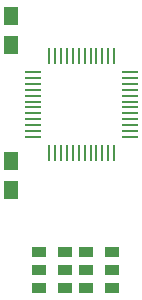
<source format=gtp>
%TF.GenerationSoftware,KiCad,Pcbnew,(5.1.6-0-10_14)*%
%TF.CreationDate,2020-09-10T15:29:25+09:00*%
%TF.ProjectId,qPCR-photo_mux_ADG731BSUZ,71504352-2d70-4686-9f74-6f5f6d75785f,rev?*%
%TF.SameCoordinates,Original*%
%TF.FileFunction,Paste,Top*%
%TF.FilePolarity,Positive*%
%FSLAX46Y46*%
G04 Gerber Fmt 4.6, Leading zero omitted, Abs format (unit mm)*
G04 Created by KiCad (PCBNEW (5.1.6-0-10_14)) date 2020-09-10 15:29:25*
%MOMM*%
%LPD*%
G01*
G04 APERTURE LIST*
%ADD10R,1.250000X1.500000*%
%ADD11R,1.200000X0.900000*%
%ADD12R,1.473200X0.279400*%
%ADD13R,0.279400X1.473200*%
G04 APERTURE END LIST*
D10*
%TO.C,C1*%
X85000000Y-79500000D03*
X85000000Y-82000000D03*
%TD*%
%TO.C,C2*%
X85000000Y-91750000D03*
X85000000Y-94250000D03*
%TD*%
D11*
%TO.C,R1*%
X89600000Y-102500000D03*
X87400000Y-102500000D03*
%TD*%
%TO.C,R2*%
X89600000Y-101000000D03*
X87400000Y-101000000D03*
%TD*%
%TO.C,R3*%
X89600000Y-99500000D03*
X87400000Y-99500000D03*
%TD*%
%TO.C,R4*%
X93600000Y-102500000D03*
X91400000Y-102500000D03*
%TD*%
%TO.C,R5*%
X93600000Y-101000000D03*
X91400000Y-101000000D03*
%TD*%
%TO.C,R6*%
X93600000Y-99500000D03*
X91400000Y-99500000D03*
%TD*%
D12*
%TO.C,U1*%
X95114800Y-84250000D03*
X95114800Y-84749999D03*
X95114800Y-85250001D03*
X95114800Y-85750000D03*
X95114800Y-86249999D03*
X95114800Y-86750000D03*
X95114800Y-87250000D03*
X95114800Y-87750001D03*
X95114800Y-88250000D03*
X95114800Y-88749999D03*
X95114800Y-89250001D03*
X95114800Y-89750000D03*
D13*
X93750000Y-91114800D03*
X93250001Y-91114800D03*
X92749999Y-91114800D03*
X92250000Y-91114800D03*
X91750001Y-91114800D03*
X91250000Y-91114800D03*
X90750000Y-91114800D03*
X90249999Y-91114800D03*
X89750000Y-91114800D03*
X89250001Y-91114800D03*
X88749999Y-91114800D03*
X88250000Y-91114800D03*
D12*
X86885200Y-89750000D03*
X86885200Y-89250001D03*
X86885200Y-88749999D03*
X86885200Y-88250000D03*
X86885200Y-87750001D03*
X86885200Y-87250000D03*
X86885200Y-86750000D03*
X86885200Y-86249999D03*
X86885200Y-85750000D03*
X86885200Y-85250001D03*
X86885200Y-84749999D03*
X86885200Y-84250000D03*
D13*
X88250000Y-82885200D03*
X88749999Y-82885200D03*
X89250001Y-82885200D03*
X89750000Y-82885200D03*
X90249999Y-82885200D03*
X90750000Y-82885200D03*
X91250000Y-82885200D03*
X91750001Y-82885200D03*
X92250000Y-82885200D03*
X92749999Y-82885200D03*
X93250001Y-82885200D03*
X93750000Y-82885200D03*
%TD*%
M02*

</source>
